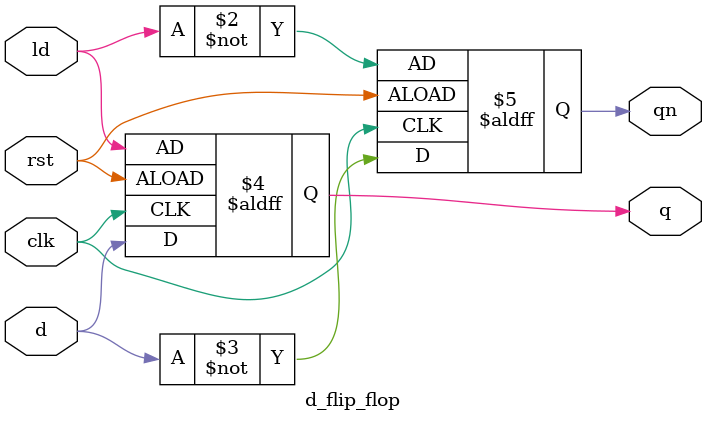
<source format=v>
`timescale 1ns / 1ps
module d_flip_flop (input rst, input d, input clk, input ld,  output reg q, output reg qn);
always @(posedge clk or posedge rst) begin
    if (rst) begin
        q <= ld;
        qn <= ~ld;
    end else begin
        q <= d;
        qn <= ~d;
    end
end
endmodule

</source>
